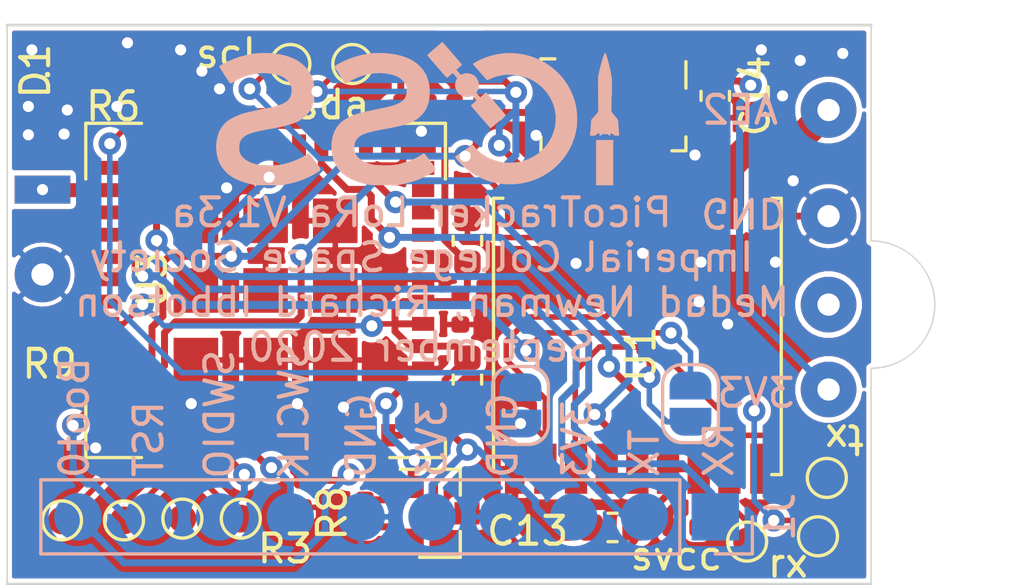
<source format=kicad_pcb>
(kicad_pcb (version 20171130) (host pcbnew "(5.1.2)-1")
  (title_block (title "PCB for Lora Pico Tracker") (date 2019-10-21) (company "Imperial College Space Society") (comment 1 "Richard Ibbotson, Medad Newman"))
  (layers (0 F.Cu signal) (31 B.Cu signal) (34 B.Paste user hide) (35 F.Paste user hide) (36 B.SilkS user hide) (37 F.SilkS user hide) (38 B.Mask user hide) (39 F.Mask user hide) (44 Edge.Cuts user))
  (net 0 "")
  (net 1 GND)
  (net 2 +3V3)
  (net 3 /I2C1_SDA)
  (net 4 /I2C1_SCL)
  (net 5 "Net-(AE2-Pad1)")
  (net 6 /SWDIO)
  (net 7 /RESET)
  (net 8 /SWCLK)
  (net 9 /GPS_TIMEPULSE)
  (net 10 /GPS_EXTINT)
  (net 11 "Net-(AE1-Pad1)")
  (net 12 /V_SOLAR)
  (net 13 "Net-(D1-Pad2)")
  (net 14 /LED)
  (net 15 /TCXO_EN)
  (net 16 /BOOT0)
  (net 17 /USART1_RX)
  (net 18 /USART1_TX)
  (net 19 "Net-(C12-Pad1)")
  (net 20 /GPS_MOSFET_GATE)
  (net 21 /USART2_RX)
  (net 22 /USART2_TX)
  (net 23 "Net-(TP5-Pad1)")
  (net 24 "Net-(TP6-Pad1)")
  (net 25 "Net-(TP7-Pad1)")
  (net 26 "Net-(TP8-Pad1)")
  (net 27 "Net-(JP1-Pad2)")
  (net 28 "Net-(JP2-Pad2)")
  (module pico_tracker:SolderWirePad_1x01_Drill0.8mm_square (layer F.Cu) (at 267.97 165.9255)
    (fp_text reference AE1 hide)
    (fp_text value "Lora Antenna")
    (pad 1 thru_hole custom (at 0 0) (size 2 1) (drill 0.4) (layers *.Cu *.Mask) (net 11 "Net-(AE1-Pad1)") (options (clearance outline) (anchor rect)) (primitives))
  )
  (module Jumper:SolderJumper-2_P1.3mm_Open_RoundedPad1.0x1.5mm (layer B.Cu) (at 285.115 173.6725 270)
    (fp_text reference JP2 hide)
    (fp_text value SolderJumper_2_Open)
    (pad 2 smd custom (at 0.65 0 270) (size 1 0.5) (layers B.Cu B.Mask) (net 28 "Net-(JP2-Pad2)") (options (clearance outline) (anchor rect)) (primitives (gr_circle (center 0 -0.25) (end 0.5 -0.25) (width 0)) (gr_circle (center 0 0.25) (end 0.5 0.25) (width 0)) (gr_poly (pts (xy 0 0.75) (xy -0.5 0.75) (xy -0.5 -0.75) (xy 0 -0.75)) (width 0))))
    (pad 1 smd custom (at -0.65 0 270) (size 1 0.5) (layers B.Cu B.Mask) (net 21 /USART2_RX) (options (clearance outline) (anchor rect)) (primitives (gr_circle (center 0 -0.25) (end 0.5 -0.25) (width 0)) (gr_circle (center 0 0.25) (end 0.5 0.25) (width 0)) (gr_poly (pts (xy 0 0.75) (xy 0.5 0.75) (xy 0.5 -0.75) (xy 0 -0.75)) (width 0))))
  )
  (module Jumper:SolderJumper-2_P1.3mm_Open_RoundedPad1.0x1.5mm (layer B.Cu) (at 291.211 173.609 270)
    (fp_text reference JP1 hide)
    (fp_text value SolderJumper_2_Open)
    (pad 2 smd custom (at 0.65 0 270) (size 1 0.5) (layers B.Cu B.Mask) (net 27 "Net-(JP1-Pad2)") (options (clearance outline) (anchor rect)) (primitives (gr_circle (center 0 -0.25) (end 0.5 -0.25) (width 0)) (gr_circle (center 0 0.25) (end 0.5 0.25) (width 0)) (gr_poly (pts (xy 0 0.75) (xy -0.5 0.75) (xy -0.5 -0.75) (xy 0 -0.75)) (width 0))))
    (pad 1 smd custom (at -0.65 0 270) (size 1 0.5) (layers B.Cu B.Mask) (net 22 /USART2_TX) (options (clearance outline) (anchor rect)) (primitives (gr_circle (center 0 -0.25) (end 0.5 -0.25) (width 0)) (gr_circle (center 0 0.25) (end 0.5 0.25) (width 0)) (gr_poly (pts (xy 0 0.75) (xy 0.5 0.75) (xy 0.5 -0.75) (xy 0 -0.75)) (width 0))))
  )
  (module TestPoint:TestPoint_Pad_D1.0mm (layer F.Cu) (at 293.243 178.562)
    (fp_text reference TP9 hide)
    (fp_text value TestPoint)
    (pad 1 smd circle (at 0 0) (size 1 1) (layers F.Cu F.Mask) (net 19 "Net-(C12-Pad1)"))
  )
  (module TestPoint:TestPoint_Pad_D1.0mm (layer F.Cu) (at 295.783 178.3715)
    (fp_text reference TP1 hide)
    (fp_text value TestPoint)
    (pad 1 smd circle (at 0 0) (size 1 1) (layers F.Cu F.Mask) (net 28 "Net-(JP2-Pad2)"))
  )
  (module TestPoint:TestPoint_Pad_D1.0mm (layer F.Cu) (at 268.6685 177.8)
    (fp_text reference TP5 hide)
    (fp_text value TestPoint)
    (pad 1 smd circle (at 0 0) (size 1 1) (layers F.Cu F.Mask) (net 23 "Net-(TP5-Pad1)"))
  )
  (module RF_Module:CMWX1ZZABZ (layer F.Cu) (at 275.971 169.545 180)
    (fp_text reference U3 (at 4.064 0.381 90) (layer F.SilkS))
    (fp_text value CMWX1ZZABZ-078)
    (pad 38 smd rect (at 3.6 -5.2 270) (size 0.8 0.5) (layers F.Cu F.Paste F.Mask) (net 26 "Net-(TP8-Pad1)"))
    (pad 26 smd rect (at 5.65 3.6 180) (size 0.8 0.5) (layers F.Cu F.Paste F.Mask) (net 11 "Net-(AE1-Pad1)"))
    (pad 25 smd rect (at 5.65 4.4 180) (size 0.8 0.5) (layers F.Cu F.Paste F.Mask) (net 1 GND))
    (pad 24 smd rect (at 4.4 5.2 90) (size 0.8 0.5) (layers F.Cu F.Paste F.Mask) (net 22 /USART2_TX))
    (pad 23 smd rect (at 3.6 5.2 90) (size 0.8 0.5) (layers F.Cu F.Paste F.Mask) (net 21 /USART2_RX))
    (pad 22 smd rect (at 2.8 5.2 90) (size 0.8 0.5) (layers F.Cu F.Paste F.Mask) (net 14 /LED))
    (pad 21 smd rect (at 2 5.2 90) (size 0.8 0.5) (layers F.Cu F.Paste F.Mask) (net 12 /V_SOLAR))
    (pad 20 smd rect (at 1.2 5.2 90) (size 0.8 0.5) (layers F.Cu F.Paste F.Mask))
    (pad 19 smd rect (at 0.4 5.2 270) (size 0.8 0.5) (layers F.Cu F.Paste F.Mask) (net 18 /USART1_TX))
    (pad 18 smd rect (at -0.4 5.2 270) (size 0.8 0.5) (layers F.Cu F.Paste F.Mask) (net 17 /USART1_RX))
    (pad 17 smd rect (at -1.2 5.2 270) (size 0.8 0.5) (layers F.Cu F.Paste F.Mask))
    (pad 16 smd rect (at -2 5.2 270) (size 0.8 0.5) (layers F.Cu F.Paste F.Mask) (net 10 /GPS_EXTINT))
    (pad 15 smd rect (at -2.8 5.2 270) (size 0.8 0.5) (layers F.Cu F.Paste F.Mask) (net 9 /GPS_TIMEPULSE))
    (pad 14 smd rect (at -3.6 5.2 270) (size 0.8 0.5) (layers F.Cu F.Paste F.Mask))
    (pad 13 smd rect (at -4.4 5.2 270) (size 0.8 0.5) (layers F.Cu F.Paste F.Mask))
    (pad 12 smd rect (at -5.65 4.4 180) (size 0.8 0.5) (layers F.Cu F.Paste F.Mask))
    (pad 41 smd rect (at 1.2 -5.2 270) (size 0.8 0.5) (layers F.Cu F.Paste F.Mask) (net 6 /SWDIO))
    (pad 40 smd rect (at 2 -5.2 270) (size 0.8 0.5) (layers F.Cu F.Paste F.Mask) (net 24 "Net-(TP6-Pad1)"))
    (pad 39 smd rect (at 2.8 -5.2 270) (size 0.8 0.5) (layers F.Cu F.Paste F.Mask) (net 25 "Net-(TP7-Pad1)"))
    (pad 37 smd rect (at 4.4 -5.2 270) (size 0.8 0.5) (layers F.Cu F.Paste F.Mask) (net 23 "Net-(TP5-Pad1)"))
    (pad 36 smd rect (at 5.65 -4.4 180) (size 0.8 0.5) (layers F.Cu F.Paste F.Mask) (net 3 /I2C1_SDA))
    (pad 35 smd rect (at 5.65 -3.6 180) (size 0.8 0.5) (layers F.Cu F.Paste F.Mask) (net 4 /I2C1_SCL))
    (pad 34 smd rect (at 5.65 -2.8 180) (size 0.8 0.5) (layers F.Cu F.Paste F.Mask) (net 7 /RESET))
    (pad 33 smd rect (at 5.65 -2 180) (size 0.8 0.5) (layers F.Cu F.Paste F.Mask))
    (pad 32 smd rect (at 5.65 -1.2 180) (size 0.8 0.5) (layers F.Cu F.Paste F.Mask) (net 2 +3V3))
    (pad 31 smd rect (at 5.65 -0.4 180) (size 0.8 0.5) (layers F.Cu F.Paste F.Mask))
    (pad 30 smd rect (at 5.65 0.4 180) (size 0.8 0.5) (layers F.Cu F.Paste F.Mask))
    (pad 29 smd rect (at 5.65 1.2 180) (size 0.8 0.5) (layers F.Cu F.Paste F.Mask))
    (pad 28 smd rect (at 5.65 2 180) (size 0.8 0.5) (layers F.Cu F.Paste F.Mask))
    (pad 27 smd rect (at 5.65 2.8 180) (size 0.8 0.5) (layers F.Cu F.Paste F.Mask) (net 1 GND))
    (pad 11 smd rect (at -5.65 3.6 180) (size 0.8 0.5) (layers F.Cu F.Paste F.Mask))
    (pad 10 smd rect (at -5.65 2.8 180) (size 0.8 0.5) (layers F.Cu F.Paste F.Mask))
    (pad 9 smd rect (at -5.65 2 180) (size 0.8 0.5) (layers F.Cu F.Paste F.Mask))
    (pad 8 smd rect (at -5.65 1.2 180) (size 0.8 0.5) (layers F.Cu F.Paste F.Mask))
    (pad 7 smd rect (at -5.65 0.4 180) (size 0.8 0.5) (layers F.Cu F.Paste F.Mask) (net 1 GND))
    (pad 6 smd rect (at -5.65 -0.4 180) (size 0.8 0.5) (layers F.Cu F.Paste F.Mask) (net 2 +3V3))
    (pad 5 smd rect (at -5.65 -1.2 180) (size 0.8 0.5) (layers F.Cu F.Paste F.Mask) (net 2 +3V3))
    (pad 4 smd rect (at -5.65 -2 180) (size 0.8 0.5) (layers F.Cu F.Paste F.Mask) (net 2 +3V3))
    (pad 3 smd rect (at -5.65 -2.8 180) (size 0.8 0.5) (layers F.Cu F.Paste F.Mask) (net 1 GND))
    (pad 2 smd rect (at -5.65 -3.6 180) (size 0.8 0.5) (layers F.Cu F.Paste F.Mask) (net 20 /GPS_MOSFET_GATE))
    (pad 1 smd rect (at -5.65 -4.4 180) (size 0.8 0.5) (layers F.Cu F.Paste F.Mask) (net 15 /TCXO_EN))
    (pad 42 smd rect (at 0.4 -5.2 270) (size 0.8 0.5) (layers F.Cu F.Paste F.Mask) (net 8 /SWCLK))
    (pad 43 smd rect (at -0.4 -5.2 270) (size 0.8 0.5) (layers F.Cu F.Paste F.Mask) (net 16 /BOOT0))
    (pad 44 smd rect (at -1.2 -5.2 270) (size 0.8 0.5) (layers F.Cu F.Paste F.Mask) (net 1 GND))
    (pad 45 smd rect (at -2 -5.2 270) (size 0.8 0.5) (layers F.Cu F.Paste F.Mask))
    (pad 46 smd rect (at -2.8 -5.2 270) (size 0.8 0.5) (layers F.Cu F.Paste F.Mask))
    (pad 47 smd rect (at -3.6 -5.2 270) (size 0.8 0.5) (layers F.Cu F.Paste F.Mask))
    (pad 48 smd rect (at -4.4 -5.2 270) (size 0.8 0.5) (layers F.Cu F.Paste F.Mask) (net 15 /TCXO_EN))
    (pad 49 smd rect (at -2.5 -2.5 270) (size 1.6 1.6) (layers F.Cu F.Paste F.Mask) (net 1 GND))
    (pad 50 smd rect (at 0 -2.5 270) (size 1.6 1.6) (layers F.Cu F.Paste F.Mask) (net 1 GND))
    (pad 51 smd rect (at 2.5 -2.5 270) (size 1.6 1.6) (layers F.Cu F.Paste F.Mask) (net 1 GND))
    (pad 52 smd rect (at -2.5 0 270) (size 1.6 1.6) (layers F.Cu F.Paste F.Mask) (net 1 GND))
    (pad 53 smd rect (at 0 0 270) (size 1.6 1.6) (layers F.Cu F.Paste F.Mask) (net 1 GND))
    (pad 54 smd rect (at 2.5 0 270) (size 1.6 1.6) (layers F.Cu F.Paste F.Mask) (net 1 GND))
    (pad 55 smd rect (at -2.5 2.5 270) (size 1.6 1.6) (layers F.Cu F.Paste F.Mask) (net 1 GND))
    (pad 56 smd rect (at 0 2.5 270) (size 1.6 1.6) (layers F.Cu F.Paste F.Mask) (net 1 GND))
    (pad 57 smd rect (at 2.5 2.5 270) (size 1.6 1.6) (layers F.Cu F.Paste F.Mask) (net 1 GND))
  )
  (module TestPoint:TestPoint_Pad_D1.0mm (layer F.Cu) (at 270.891 177.8)
    (fp_text reference TP8 hide)
    (fp_text value TestPoint)
    (pad 1 smd circle (at 0 0) (size 1 1) (layers F.Cu F.Mask) (net 26 "Net-(TP8-Pad1)"))
  )
  (module TestPoint:TestPoint_Pad_D1.0mm (layer F.Cu) (at 272.9865 177.7365)
    (fp_text reference TP7 hide)
    (fp_text value TestPoint)
    (pad 1 smd circle (at 0 0) (size 1 1) (layers F.Cu F.Mask) (net 25 "Net-(TP7-Pad1)"))
  )
  (module TestPoint:TestPoint_Pad_D1.0mm (layer F.Cu) (at 275.082 177.7365)
    (fp_text reference TP6 hide)
    (fp_text value TestPoint)
    (pad 1 smd circle (at 0 0) (size 1 1) (layers F.Cu F.Mask) (net 24 "Net-(TP6-Pad1)"))
  )
  (module TestPoint:TestPoint_Pad_D1.0mm (layer F.Cu) (at 279.0825 161.417)
    (fp_text reference TP4 hide)
    (fp_text value TestPoint)
    (pad 1 smd circle (at 0 0) (size 1 1) (layers F.Cu F.Mask) (net 3 /I2C1_SDA))
  )
  (module TestPoint:TestPoint_Pad_D1.0mm (layer F.Cu) (at 276.86 161.417)
    (fp_text reference TP3 hide)
    (fp_text value TestPoint)
    (pad 1 smd circle (at 0 0) (size 1 1) (layers F.Cu F.Mask) (net 4 /I2C1_SCL))
  )
  (module TestPoint:TestPoint_Pad_D1.0mm (layer F.Cu) (at 296.1005 176.276)
    (fp_text reference TP2 hide)
    (fp_text value TestPoint)
    (pad 1 smd circle (at 0 0) (size 1 1) (layers F.Cu F.Mask) (net 27 "Net-(JP1-Pad2)"))
  )
  (module Resistor_SMD:R_0402_1005Metric (layer F.Cu) (at 268.224 173.355)
    (fp_text reference R9 (at 0 -1.17) (layer F.SilkS))
    (fp_text value 10K)
    (pad 2 smd roundrect (at 0.485 0) (size 0.59 0.64) (layers F.Cu F.Paste F.Mask) (net 7 /RESET))
    (pad 1 smd roundrect (at -0.485 0) (size 0.59 0.64) (layers F.Cu F.Paste F.Mask) (net 2 +3V3))
  )
  (module Resistor_SMD:R_0402_1005Metric (layer F.Cu) (at 279.527 177.546 90)
    (fp_text reference R8 (at 0 -1.17 90) (layer F.SilkS))
    (fp_text value 4.7K)
    (pad 2 smd roundrect (at 0.485 0 90) (size 0.59 0.64) (layers F.Cu F.Paste F.Mask) (net 20 /GPS_MOSFET_GATE))
    (pad 1 smd roundrect (at -0.485 0 90) (size 0.59 0.64) (layers F.Cu F.Paste F.Mask) (net 2 +3V3))
  )
  (module Package_TO_SOT_SMD:SOT-23 (layer F.Cu) (at 282.194 177.546)
    (fp_text reference Q1 hide)
    (fp_text value IRLML6402)
    (pad 3 smd rect (at 1 0) (size 0.9 0.8) (layers F.Cu F.Paste F.Mask) (net 19 "Net-(C12-Pad1)"))
    (pad 2 smd rect (at -1 0.95) (size 0.9 0.8) (layers F.Cu F.Paste F.Mask) (net 2 +3V3))
    (pad 1 smd rect (at -1 -0.95) (size 0.9 0.8) (layers F.Cu F.Paste F.Mask) (net 20 /GPS_MOSFET_GATE))
  )
  (module Connector_Wire:SolderWirePad_1x01_Drill0.8mm (layer F.Cu) (at 267.97 168.9735)
    (fp_text reference J5 hide)
    (fp_text value Conn_01x01)
    (pad 1 thru_hole circle (at 0 0) (size 1.99898 1.99898) (drill 0.8001) (layers *.Cu *.Mask) (net 1 GND))
  )
  (module pico_tracker:10Pad (layer B.Cu) (at 292.1 177.673 90)
    (fp_text reference J1 (at 0 2.33 270) (layer B.SilkS) (effects (justify mirror)))
    (fp_text value Conn_01x10)
    (pad 10 smd oval (at 0 -22.86 90) (size 1.7 1.7) (layers B.Cu B.Paste B.Mask) (net 16 /BOOT0))
    (pad 9 smd oval (at 0 -20.32 90) (size 1.7 1.7) (layers B.Cu B.Paste B.Mask) (net 7 /RESET))
    (pad 8 smd oval (at 0 -17.78 90) (size 1.7 1.7) (layers B.Cu B.Paste B.Mask) (net 6 /SWDIO))
    (pad 7 smd oval (at 0 -15.24 90) (size 1.7 1.7) (layers B.Cu B.Paste B.Mask) (net 8 /SWCLK))
    (pad 6 smd oval (at 0 -12.7 90) (size 1.7 1.7) (layers B.Cu B.Paste B.Mask) (net 1 GND))
    (pad 5 smd oval (at 0 -10.16 90) (size 1.7 1.7) (layers B.Cu B.Paste B.Mask) (net 2 +3V3))
    (pad 4 smd oval (at 0 -7.62 90) (size 1.7 1.7) (layers B.Cu B.Paste B.Mask) (net 1 GND))
    (pad 3 smd oval (at 0 -5.08 90) (size 1.7 1.7) (layers B.Cu B.Paste B.Mask) (net 2 +3V3))
    (pad 2 smd oval (at 0 -2.54 90) (size 1.7 1.7) (layers B.Cu B.Paste B.Mask) (net 18 /USART1_TX))
    (pad 1 smd rect (at 0 0 90) (size 1.7 1.7) (layers B.Cu B.Paste B.Mask) (net 17 /USART1_RX))
  )
  (module flight-computer:SolderWirePad_1x01_Drill0.8mm (layer F.Cu) (at 298.704 170.053)
    (fp_text reference StringHole1 hide)
    (fp_text value Unconnected)
    (pad "" np_thru_hole circle (at 0 0) (size 0.8 0.8) (drill 0.8) (layers *.Cu *.Mask))
  )
  (module RF_GPS:ublox_MAX (layer F.Cu) (at 289.306 171.196 90)
    (fp_text reference U1 (at -0.635 0.127 90) (layer F.SilkS))
    (fp_text value MAX-M8C)
    (pad 1 smd rect (at -4.75 -4.4 90) (size 1.8 0.7) (layers F.Cu F.Paste F.Mask) (net 1 GND))
    (pad 2 smd rect (at -4.75 -3.3 90) (size 1.8 0.8) (layers F.Cu F.Paste F.Mask) (net 28 "Net-(JP2-Pad2)"))
    (pad 3 smd rect (at -4.75 -2.2 90) (size 1.8 0.8) (layers F.Cu F.Paste F.Mask) (net 27 "Net-(JP1-Pad2)"))
    (pad 4 smd rect (at -4.75 -1.1 90) (size 1.8 0.8) (layers F.Cu F.Paste F.Mask) (net 9 /GPS_TIMEPULSE))
    (pad 5 smd rect (at -4.75 0 90) (size 1.8 0.8) (layers F.Cu F.Paste F.Mask) (net 10 /GPS_EXTINT))
    (pad 6 smd rect (at -4.75 1.1 90) (size 1.8 0.8) (layers F.Cu F.Paste F.Mask) (net 19 "Net-(C12-Pad1)"))
    (pad 7 smd rect (at -4.75 2.2 90) (size 1.8 0.8) (layers F.Cu F.Paste F.Mask) (net 19 "Net-(C12-Pad1)"))
    (pad 8 smd rect (at -4.75 3.3 90) (size 1.8 0.8) (layers F.Cu F.Paste F.Mask) (net 19 "Net-(C12-Pad1)"))
    (pad 9 smd rect (at -4.75 4.4 90) (size 1.8 0.7) (layers F.Cu F.Paste F.Mask))
    (pad 10 smd rect (at 4.75 4.4 90) (size 1.8 0.7) (layers F.Cu F.Paste F.Mask) (net 1 GND))
    (pad 11 smd rect (at 4.75 3.3 90) (size 1.8 0.8) (layers F.Cu F.Paste F.Mask) (net 5 "Net-(AE2-Pad1)"))
    (pad 12 smd rect (at 4.75 2.2 90) (size 1.8 0.8) (layers F.Cu F.Paste F.Mask) (net 1 GND))
    (pad 13 smd rect (at 4.75 1.1 90) (size 1.8 0.8) (layers F.Cu F.Paste F.Mask))
    (pad 14 smd rect (at 4.75 0 90) (size 1.8 0.8) (layers F.Cu F.Paste F.Mask))
    (pad 15 smd rect (at 4.75 -1.1 90) (size 1.8 0.8) (layers F.Cu F.Paste F.Mask))
    (pad 16 smd rect (at 4.75 -2.2 90) (size 1.8 0.8) (layers F.Cu F.Paste F.Mask) (net 3 /I2C1_SDA))
    (pad 17 smd rect (at 4.75 -3.3 90) (size 1.8 0.8) (layers F.Cu F.Paste F.Mask) (net 4 /I2C1_SCL))
    (pad 18 smd rect (at 4.75 -4.4 90) (size 1.8 0.7) (layers F.Cu F.Paste F.Mask))
  )
  (module Connector_Wire:SolderWirePad_1x01_Drill0.8mm (layer F.Cu) (at 296.164 170.053 90)
    (fp_text reference SolarCellMount1 hide)
    (fp_text value Unconnected)
    (pad 1 thru_hole circle (at 0 0 90) (size 1.99898 1.99898) (drill 0.8001) (layers *.Cu *.Mask))
  )
  (module Connector_Wire:SolderWirePad_1x01_Drill0.8mm (layer F.Cu) (at 296.164 173.101 270)
    (fp_text reference J3 hide)
    (fp_text value 3.3V)
    (pad 1 thru_hole circle (at 0 0 270) (size 1.99898 1.99898) (drill 0.8001) (layers *.Cu *.Mask) (net 2 +3V3))
  )
  (module Connector_Wire:SolderWirePad_1x01_Drill0.8mm (layer F.Cu) (at 296.164 166.878 270)
    (fp_text reference J2 hide)
    (fp_text value GND)
    (pad 1 thru_hole circle (at 0 0 270) (size 1.99898 1.99898) (drill 0.8001) (layers *.Cu *.Mask) (net 1 GND))
  )
  (module Capacitor_SMD:C_0603_1608Metric (layer F.Cu) (at 288.417 178.054 180)
    (fp_text reference C13 (at 3.048 -0.127) (layer F.SilkS))
    (fp_text value 10uF)
    (pad 1 smd roundrect (at -0.7875 0 180) (size 0.875 0.95) (layers F.Cu F.Paste F.Mask) (net 19 "Net-(C12-Pad1)"))
    (pad 2 smd roundrect (at 0.7875 0 180) (size 0.875 0.95) (layers F.Cu F.Paste F.Mask) (net 1 GND))
  )
  (module Capacitor_SMD:C_0603_1608Metric (layer F.Cu) (at 292.1 162.56 270)
    (fp_text reference C14 (at 0 -1.43 90) (layer F.SilkS))
    (fp_text value 220nF)
    (pad 1 smd roundrect (at -0.7875 0 270) (size 0.875 0.95) (layers F.Cu F.Paste F.Mask) (net 2 +3V3))
    (pad 2 smd roundrect (at 0.7875 0 270) (size 0.875 0.95) (layers F.Cu F.Paste F.Mask) (net 1 GND))
  )
  (module Capacitor_SMD:C_0402_1005Metric (layer F.Cu) (at 290.98 178.054 180)
    (fp_text reference C12 hide)
    (fp_text value 100nF)
    (pad 2 smd roundrect (at 0.485 0 180) (size 0.59 0.64) (layers F.Cu F.Paste F.Mask) (net 1 GND))
    (pad 1 smd roundrect (at -0.485 0 180) (size 0.59 0.64) (layers F.Cu F.Paste F.Mask) (net 19 "Net-(C12-Pad1)"))
  )
  (module Connector_Wire:SolderWirePad_1x01_Drill0.8mm (layer F.Cu) (at 296.164 163.068 90)
    (fp_text reference AE2 (at 0 -3.175) (layer B.SilkS) (effects (justify mirror)))
    (fp_text value "GPS Antenna")
    (pad 1 thru_hole circle (at 0 0 90) (size 1.99898 1.99898) (drill 0.8001) (layers *.Cu *.Mask) (net 5 "Net-(AE2-Pad1)"))
  )
  (module Package_LGA:LGA-8_3x5mm_P1.25mm (layer F.Cu) (at 288.447 162.882 270)
    (fp_text reference U6 hide)
    (fp_text value MS5607-02BA)
    (pad 4 smd rect (at -1.075 1.875 270) (size 0.95 0.55) (layers F.Cu F.Paste F.Mask) (net 1 GND))
    (pad 1 smd rect (at -1.075 -1.875 270) (size 0.95 0.55) (layers F.Cu F.Paste F.Mask) (net 2 +3V3))
    (pad 2 smd rect (at -1.075 -0.625 270) (size 0.95 0.55) (layers F.Cu F.Paste F.Mask) (net 2 +3V3))
    (pad 3 smd rect (at -1.075 0.625 270) (size 0.95 0.55) (layers F.Cu F.Paste F.Mask) (net 1 GND))
    (pad 8 smd rect (at 1.075 -1.875 270) (size 0.95 0.55) (layers F.Cu F.Paste F.Mask) (net 4 /I2C1_SCL))
    (pad 7 smd rect (at 1.075 -0.625 270) (size 0.95 0.55) (layers F.Cu F.Paste F.Mask) (net 3 /I2C1_SDA))
    (pad 6 smd rect (at 1.075 0.625 270) (size 0.95 0.55) (layers F.Cu F.Paste F.Mask))
    (pad 5 smd rect (at 1.075 1.875 270) (size 0.95 0.55) (layers F.Cu F.Paste F.Mask) (net 1 GND))
  )
  (module Capacitor_SMD:C_0603_1608Metric (layer F.Cu) (at 283.21 172.7455 270)
    (fp_text reference C10 hide)
    (fp_text value 10uF)
    (pad 2 smd roundrect (at 0.7875 0 270) (size 0.875 0.95) (layers F.Cu F.Paste F.Mask) (net 1 GND))
    (pad 1 smd roundrect (at -0.7875 0 270) (size 0.875 0.95) (layers F.Cu F.Paste F.Mask) (net 2 +3V3))
  )
  (module Capacitor_SMD:C_0603_1608Metric (layer F.Cu) (at 283.21 167.767 90)
    (fp_text reference C7 hide)
    (fp_text value 1uF)
    (pad 2 smd roundrect (at 0.7875 0 90) (size 0.875 0.95) (layers F.Cu F.Paste F.Mask) (net 1 GND))
    (pad 1 smd roundrect (at -0.7875 0 90) (size 0.875 0.95) (layers F.Cu F.Paste F.Mask) (net 2 +3V3))
  )
  (module Capacitor_SMD:C_0402_1005Metric (layer F.Cu) (at 282.956 170.284 270)
    (fp_text reference C5 hide)
    (fp_text value 100nF)
    (pad 2 smd roundrect (at 0.485 0 270) (size 0.59 0.64) (layers F.Cu F.Paste F.Mask) (net 1 GND))
    (pad 1 smd roundrect (at -0.485 0 270) (size 0.59 0.64) (layers F.Cu F.Paste F.Mask) (net 2 +3V3))
  )
  (module LED_SMD:LED_0402_1005Metric (layer F.Cu) (at 269.24 161.798)
    (fp_text reference D1 (at -1.524 -0.127 90) (layer F.SilkS))
    (fp_text value LED)
    (pad 2 smd roundrect (at 0.485 0) (size 0.59 0.64) (layers F.Cu F.Paste F.Mask) (net 13 "Net-(D1-Pad2)"))
    (pad 1 smd roundrect (at -0.485 0) (size 0.59 0.64) (layers F.Cu F.Paste F.Mask) (net 1 GND))
  )
  (module Resistor_SMD:R_0402_1005Metric (layer F.Cu) (at 271.272 161.798)
    (fp_text reference R6 (at -0.762 1.143) (layer F.SilkS))
    (fp_text value 1K)
    (pad 2 smd roundrect (at 0.485 0) (size 0.59 0.64) (layers F.Cu F.Paste F.Mask) (net 14 /LED))
    (pad 1 smd roundrect (at -0.485 0) (size 0.59 0.64) (layers F.Cu F.Paste F.Mask) (net 13 "Net-(D1-Pad2)"))
  )
  (module flight-computer:ICSS_Logo (layer B.Cu) (at 281.432 163.195 180)
    (fp_text reference J4 hide)
    (fp_text value "ICSS Logo" hide)
  )
  (module Resistor_SMD:R_0402_1005Metric (layer F.Cu) (at 281.328 162.814)
    (fp_text reference R2 hide)
    (fp_text value 100K)
    (pad 2 smd roundrect (at 0.485 0) (size 0.59 0.64) (layers F.Cu F.Paste F.Mask) (net 1 GND))
    (pad 1 smd roundrect (at -0.485 0) (size 0.59 0.64) (layers F.Cu F.Paste F.Mask) (net 12 /V_SOLAR))
  )
  (module Resistor_SMD:R_0402_1005Metric (layer F.Cu) (at 281.305 161.163 180)
    (fp_text reference R1 hide)
    (fp_text value 100K)
    (pad 2 smd roundrect (at 0.485 0 180) (size 0.59 0.64) (layers F.Cu F.Paste F.Mask) (net 12 /V_SOLAR))
    (pad 1 smd roundrect (at -0.485 0 180) (size 0.59 0.64) (layers F.Cu F.Paste F.Mask) (net 2 +3V3))
  )
  (module Resistor_SMD:R_0402_1005Metric (layer F.Cu) (at 283.233 162.814)
    (fp_text reference R5 hide)
    (fp_text value 4.7K)
    (pad 2 smd roundrect (at 0.485 0) (size 0.59 0.64) (layers F.Cu F.Paste F.Mask) (net 4 /I2C1_SCL))
    (pad 1 smd roundrect (at -0.485 0) (size 0.59 0.64) (layers F.Cu F.Paste F.Mask) (net 2 +3V3))
  )
  (module Resistor_SMD:R_0402_1005Metric (layer F.Cu) (at 283.21 161.163 180)
    (fp_text reference R4 hide)
    (fp_text value 4.7K)
    (pad 2 smd roundrect (at 0.485 0 180) (size 0.59 0.64) (layers F.Cu F.Paste F.Mask) (net 3 /I2C1_SDA))
    (pad 1 smd roundrect (at -0.485 0 180) (size 0.59 0.64) (layers F.Cu F.Paste F.Mask) (net 2 +3V3))
  )
  (module Resistor_SMD:R_0402_1005Metric (layer F.Cu) (at 277.3045 176.8475 270)
    (fp_text reference R3 (at 1.9685 0.635) (layer F.SilkS))
    (fp_text value 10K)
    (pad 1 smd roundrect (at -0.485 0 270) (size 0.59 0.64) (layers F.Cu F.Paste F.Mask) (net 16 /BOOT0))
    (pad 2 smd roundrect (at 0.485 0 270) (size 0.59 0.64) (layers F.Cu F.Paste F.Mask) (net 1 GND))
  )
  (gr_text "PicoTracker LoRa V1.3a\nImperial College Space Society\nMedad Newman, Richard Ibbotson \nSeptember 2020" (at 281.559 169.164) (layer B.SilkS) (effects (font (size 1 1)) (justify mirror)))
  (gr_text tx (at 296.7355 174.879 180) (layer F.SilkS) (effects (font (size 1 1))))
  (gr_text rx (at 294.7035 179.324) (layer F.SilkS) (effects (font (size 1 1))))
  (gr_text svcc (at 290.703 179.07) (layer F.SilkS) (effects (font (size 1 1))))
  (gr_text sda (at 278.384 162.8775) (layer F.SilkS) (effects (font (size 1 1))))
  (gr_text scl (at 274.574 161.036) (layer F.SilkS) (effects (font (size 1 1))))
  (gr_text GND (at 293.116 166.751 180) (layer B.SilkS) (effects (font (size 1 1)) (justify mirror)))
  (gr_text 3V3 (at 293.5605 173.228) (layer B.SilkS) (effects (font (size 1 1)) (justify mirror)))
  (gr_text "RX\n" (at 292.227 175.26 90) (layer B.SilkS) (effects (font (size 1 1)) (justify mirror)))
  (gr_text TX (at 289.56 175.387 90) (layer B.SilkS) (effects (font (size 1 1)) (justify mirror)))
  (gr_text 3V3 (at 287.147 174.879 90) (layer B.SilkS) (effects (font (size 1 1)) (justify mirror)))
  (gr_text GND (at 284.48 174.752 90) (layer B.SilkS) (effects (font (size 1 1)) (justify mirror)))
  (gr_text 3V3 (at 281.94 174.879 90) (layer B.SilkS) (effects (font (size 1 1)) (justify mirror)))
  (gr_text GND (at 279.4 174.752 90) (layer B.SilkS) (effects (font (size 1 1)) (justify mirror)))
  (gr_text SWCLK (at 276.987 173.863 90) (layer B.SilkS) (effects (font (size 1 1)) (justify mirror)))
  (gr_text SWDIO (at 274.32 173.99 90) (layer B.SilkS) (effects (font (size 1 1)) (justify mirror)))
  (gr_text RST (at 271.78 174.879 90) (layer B.SilkS) (effects (font (size 1 1)) (justify mirror)))
  (gr_text Boot0 (at 269.113 174.117 90) (layer B.SilkS) (effects (font (size 1 1)) (justify mirror)))
  (gr_line (start 266.7 172.085) (end 266.7 166.37) (layer Edge.Cuts) (width 0.05))
  (gr_line (start 266.7 160.02) (end 266.7 166.37) (layer Edge.Cuts) (width 0.05))
  (gr_line (start 266.7 180.086) (end 266.7 172.085) (layer Edge.Cuts) (width 0.05))
  (gr_line (start 297.688 160.02) (end 297.688 167.767) (layer Edge.Cuts) (width 0.05))
  (gr_arc (start 297.688 170.053) (end 297.688 172.339) (angle -180) (layer Edge.Cuts) (width 0.05))
  (gr_line (start 297.688 180.086) (end 297.688 172.339) (layer Edge.Cuts) (width 0.05))
  (gr_line (start 297.688 180.086) (end 266.7 180.086) (layer Edge.Cuts) (width 0.1))
  (gr_line (start 266.7 160.02) (end 297.688 160.02) (layer Edge.Cuts) (width 0.1))
  (segment (start 291.372999 167.606001) (end 291.437999 167.671001) (width 0.25) (layer F.Cu) (net 1))
  (segment (start 291.437999 167.671001) (end 293.957507 167.671001) (width 0.25) (layer F.Cu) (net 1))
  (segment (start 293.957507 167.671001) (end 294.750508 166.878) (width 0.25) (layer F.Cu) (net 1))
  (segment (start 294.750508 166.878) (end 296.164 166.878) (width 0.25) (layer F.Cu) (net 1))
  (segment (start 292.1 163.6015) (end 291.372999 164.328501) (width 0.25) (layer F.Cu) (net 1))
  (segment (start 291.372999 164.328501) (end 291.372999 164.684001) (width 0.25) (layer F.Cu) (net 1))
  (segment (start 284.906 177.096) (end 284.906 175.946) (width 0.25) (layer F.Cu) (net 1))
  (segment (start 285.864 178.054) (end 284.906 177.096) (width 0.25) (layer F.Cu) (net 1))
  (segment (start 287.6295 178.054) (end 285.864 178.054) (width 0.25) (layer F.Cu) (net 1))
  (via (at 281.559 163.83) (size 0.8) (drill 0.4) (layers F.Cu B.Cu) (net 1))
  (segment (start 281.813 162.814) (end 281.813 163.576) (width 0.25) (layer F.Cu) (net 1))
  (segment (start 281.813 163.576) (end 281.559 163.83) (width 0.25) (layer F.Cu) (net 1))
  (via (at 285.673623 163.979132) (size 0.8) (drill 0.4) (layers F.Cu B.Cu) (net 1))
  (segment (start 286.572 163.957) (end 285.695755 163.957) (width 0.25) (layer F.Cu) (net 1))
  (segment (start 285.695755 163.957) (end 285.673623 163.979132) (width 0.25) (layer F.Cu) (net 1))
  (via (at 270.637 162.941) (size 0.8) (drill 0.4) (layers F.Cu B.Cu) (net 1))
  (segment (start 291.372999 164.684001) (end 291.372999 167.606001) (width 0.25) (layer F.Cu) (net 1))
  (via (at 291.372999 164.684001) (size 0.8) (drill 0.4) (layers F.Cu B.Cu) (net 1))
  (via (at 295.148 161.29) (size 0.8) (drill 0.4) (layers F.Cu B.Cu) (net 1))
  (via (at 278.765 173.736) (size 0.8) (drill 0.4) (layers F.Cu B.Cu) (net 1))
  (via (at 267.462 162.941) (size 0.8) (drill 0.4) (layers F.Cu B.Cu) (net 1))
  (via (at 267.462 163.957) (size 0.8) (drill 0.4) (layers F.Cu B.Cu) (net 1))
  (via (at 268.859 163.068) (size 0.8) (drill 0.4) (layers F.Cu B.Cu) (net 1))
  (via (at 267.589 160.909) (size 0.8) (drill 0.4) (layers F.Cu B.Cu) (net 1))
  (via (at 277.114 173.609) (size 0.8) (drill 0.4) (layers F.Cu B.Cu) (net 1))
  (via (at 273.685 161.671) (size 0.8) (drill 0.4) (layers F.Cu B.Cu) (net 1))
  (via (at 271.018 160.655) (size 0.8) (drill 0.4) (layers F.Cu B.Cu) (net 1))
  (via (at 272.923 160.909) (size 0.8) (drill 0.4) (layers F.Cu B.Cu) (net 1))
  (via (at 291.592 168.529) (size 0.8) (drill 0.4) (layers F.Cu B.Cu) (net 1))
  (via (at 294.259 168.529) (size 0.8) (drill 0.4) (layers F.Cu B.Cu) (net 1))
  (via (at 294.894 165.608) (size 0.8) (drill 0.4) (layers F.Cu B.Cu) (net 1))
  (via (at 294.513 162.56) (size 0.8) (drill 0.4) (layers F.Cu B.Cu) (net 1))
  (via (at 293.751 160.909) (size 0.8) (drill 0.4) (layers F.Cu B.Cu) (net 1))
  (via (at 296.672 161.036) (size 0.8) (drill 0.4) (layers F.Cu B.Cu) (net 1))
  (via (at 274.574 165.862) (size 0.8) (drill 0.4) (layers F.Cu B.Cu) (net 1))
  (via (at 274.32 162.306) (size 0.8) (drill 0.4) (layers F.Cu B.Cu) (net 1))
  (via (at 268.744417 163.930933) (size 0.8) (drill 0.4) (layers F.Cu B.Cu) (net 1))
  (via (at 287.106291 168.57198) (size 0.8) (drill 0.4) (layers F.Cu B.Cu) (net 1))
  (via (at 269.875 175.1965) (size 0.8) (drill 0.4) (layers F.Cu B.Cu) (net 1))
  (via (at 273.304 173.609) (size 0.8) (drill 0.4) (layers F.Cu B.Cu) (net 1))
  (via (at 291.521476 169.95101) (size 0.8) (drill 0.4) (layers F.Cu B.Cu) (net 1))
  (via (at 292.5445 170.7515) (size 0.8) (drill 0.4) (layers F.Cu B.Cu) (net 1))
  (via (at 289.4965 168.2115) (size 0.8) (drill 0.4) (layers F.Cu B.Cu) (net 1))
  (segment (start 291.8805 161.807) (end 292.1 162.0265) (width 0.2933) (layer F.Cu) (net 2))
  (segment (start 290.322 161.807) (end 291.8805 161.807) (width 0.2933) (layer F.Cu) (net 2))
  (segment (start 292.9635 162.0265) (end 293.37 162.433) (width 0.25) (layer F.Cu) (net 2))
  (segment (start 295.656 173.609) (end 296.164 173.101) (width 0.25) (layer F.Cu) (net 2))
  (segment (start 292.970001 169.907001) (end 296.164 173.101) (width 0.25) (layer B.Cu) (net 2))
  (segment (start 293.37 162.433) (end 292.970001 162.832999) (width 0.25) (layer B.Cu) (net 2))
  (segment (start 292.970001 162.832999) (end 292.970001 169.907001) (width 0.25) (layer B.Cu) (net 2))
  (segment (start 292.1 162.0265) (end 292.9635 162.0265) (width 0.25) (layer F.Cu) (net 2))
  (via (at 293.37 162.179) (size 0.8) (drill 0.4) (layers F.Cu B.Cu) (net 2))
  (segment (start 296.001 173.101) (end 296.164 173.101) (width 0.25) (layer F.Cu) (net 2))
  (segment (start 282.797 171.545) (end 283.21 171.958) (width 0.25) (layer F.Cu) (net 2))
  (segment (start 281.621 171.545) (end 282.797 171.545) (width 0.25) (layer F.Cu) (net 2))
  (segment (start 282.81 169.945) (end 282.956 169.799) (width 0.25) (layer F.Cu) (net 2))
  (segment (start 281.621 169.945) (end 282.81 169.945) (width 0.25) (layer F.Cu) (net 2))
  (segment (start 283.21 169.545) (end 282.956 169.799) (width 0.25) (layer F.Cu) (net 2))
  (segment (start 283.21 168.5545) (end 283.21 169.545) (width 0.25) (layer F.Cu) (net 2))
  (segment (start 281.621 170.745) (end 280.613 170.745) (width 0.25) (layer F.Cu) (net 2))
  (segment (start 281.146 171.545) (end 281.621 171.545) (width 0.25) (layer F.Cu) (net 2))
  (segment (start 280.613 170.745) (end 280.613 171.012) (width 0.25) (layer F.Cu) (net 2))
  (segment (start 280.613 171.012) (end 281.146 171.545) (width 0.25) (layer F.Cu) (net 2))
  (via (at 283.21 175.26) (size 0.8) (drill 0.4) (layers F.Cu B.Cu) (net 2))
  (segment (start 282.40999 174.45999) (end 283.21 175.26) (width 0.25) (layer F.Cu) (net 2))
  (segment (start 283.21 171.958) (end 282.40999 172.75801) (width 0.25) (layer F.Cu) (net 2))
  (segment (start 282.40999 172.75801) (end 282.40999 174.45999) (width 0.25) (layer F.Cu) (net 2))
  (segment (start 281.94 176.53) (end 281.94 177.673) (width 0.25) (layer B.Cu) (net 2))
  (segment (start 283.21 175.26) (end 281.94 176.53) (width 0.25) (layer B.Cu) (net 2))
  (segment (start 282.702 162.768) (end 282.748 162.814) (width 0.25) (layer F.Cu) (net 2))
  (segment (start 282.702 162.179) (end 282.702 162.768) (width 0.25) (layer F.Cu) (net 2))
  (segment (start 281.79 161.267) (end 282.702 162.179) (width 0.25) (layer F.Cu) (net 2))
  (segment (start 281.79 161.163) (end 281.79 161.267) (width 0.25) (layer F.Cu) (net 2))
  (segment (start 283.695 160.743) (end 283.695 161.163) (width 0.25) (layer F.Cu) (net 2))
  (segment (start 283.46999 160.51799) (end 283.695 160.743) (width 0.25) (layer F.Cu) (net 2))
  (segment (start 282.381778 160.51799) (end 283.46999 160.51799) (width 0.25) (layer F.Cu) (net 2))
  (segment (start 282.10499 160.794778) (end 282.381778 160.51799) (width 0.25) (layer F.Cu) (net 2))
  (segment (start 282.10499 160.99801) (end 282.10499 160.794778) (width 0.25) (layer F.Cu) (net 2))
  (segment (start 281.94 161.163) (end 282.10499 160.99801) (width 0.25) (layer F.Cu) (net 2))
  (segment (start 281.79 161.163) (end 281.94 161.163) (width 0.25) (layer F.Cu) (net 2))
  (segment (start 283.21 168.5545) (end 282.400464 167.744964) (width 0.25) (layer F.Cu) (net 2))
  (segment (start 282.400464 163.161536) (end 282.748 162.814) (width 0.25) (layer F.Cu) (net 2))
  (segment (start 282.400464 167.744964) (end 282.400464 163.161536) (width 0.25) (layer F.Cu) (net 2))
  (via (at 279.781 170.815) (size 0.8) (drill 0.4) (layers F.Cu B.Cu) (net 2))
  (segment (start 280.613 170.745) (end 279.851 170.745) (width 0.2) (layer F.Cu) (net 2))
  (segment (start 279.851 170.745) (end 279.781 170.815) (width 0.2) (layer F.Cu) (net 2))
  (via (at 271.563 170.053) (size 0.8) (drill 0.4) (layers F.Cu B.Cu) (net 2))
  (segment (start 279.781 170.815) (end 272.325 170.815) (width 0.2) (layer B.Cu) (net 2))
  (segment (start 272.325 170.815) (end 271.563 170.053) (width 0.2) (layer B.Cu) (net 2))
  (segment (start 270.871 170.745) (end 270.321 170.745) (width 0.2) (layer F.Cu) (net 2))
  (segment (start 271.563 170.053) (end 270.871 170.745) (width 0.2) (layer F.Cu) (net 2))
  (segment (start 283.321 175.371) (end 283.21 175.26) (width 0.25) (layer F.Cu) (net 2))
  (segment (start 280.729 178.031) (end 281.194 178.496) (width 0.25) (layer F.Cu) (net 2))
  (segment (start 279.527 178.031) (end 280.729 178.031) (width 0.25) (layer F.Cu) (net 2))
  (segment (start 282.030001 176.439999) (end 283.21 175.26) (width 0.25) (layer F.Cu) (net 2))
  (segment (start 282.030001 177.709999) (end 282.030001 176.439999) (width 0.25) (layer F.Cu) (net 2))
  (segment (start 281.244 178.496) (end 282.030001 177.709999) (width 0.25) (layer F.Cu) (net 2))
  (segment (start 281.194 178.496) (end 281.244 178.496) (width 0.25) (layer F.Cu) (net 2))
  (segment (start 283.695 161.251) (end 284.840638 161.251) (width 0.25) (layer F.Cu) (net 2))
  (segment (start 284.840638 161.251) (end 285.673625 162.083987) (width 0.25) (layer F.Cu) (net 2))
  (segment (start 285.673625 162.083987) (end 285.673625 162.172623) (width 0.25) (layer F.Cu) (net 2))
  (segment (start 285.673625 162.172623) (end 286.108003 162.607001) (width 0.25) (layer F.Cu) (net 2))
  (segment (start 288.471999 162.607001) (end 289.072 162.007) (width 0.25) (layer F.Cu) (net 2))
  (segment (start 286.108003 162.607001) (end 288.471999 162.607001) (width 0.25) (layer F.Cu) (net 2))
  (segment (start 289.072 162.007) (end 289.072 161.807) (width 0.25) (layer F.Cu) (net 2))
  (segment (start 280.613 170.237) (end 280.905 169.945) (width 0.25) (layer F.Cu) (net 2))
  (segment (start 280.613 170.745) (end 280.613 170.237) (width 0.25) (layer F.Cu) (net 2))
  (segment (start 280.905 169.945) (end 281.621 169.945) (width 0.25) (layer F.Cu) (net 2))
  (segment (start 289.072 161.807) (end 290.322 161.807) (width 0.2933) (layer F.Cu) (net 2))
  (segment (start 283.591 175.26) (end 283.21 175.26) (width 0.25) (layer B.Cu) (net 2))
  (segment (start 286.258 177.927) (end 285.655001 177.324001) (width 0.25) (layer B.Cu) (net 2))
  (segment (start 286.893 177.927) (end 286.258 177.927) (width 0.25) (layer B.Cu) (net 2))
  (segment (start 285.655001 177.324001) (end 285.655001 177.108999) (width 0.25) (layer B.Cu) (net 2))
  (segment (start 285.044001 176.497999) (end 284.828999 176.497999) (width 0.25) (layer B.Cu) (net 2))
  (segment (start 285.655001 177.108999) (end 285.044001 176.497999) (width 0.25) (layer B.Cu) (net 2))
  (segment (start 284.828999 176.497999) (end 283.591 175.26) (width 0.25) (layer B.Cu) (net 2))
  (segment (start 267.739 172.935) (end 267.739 173.355) (width 0.25) (layer F.Cu) (net 2))
  (segment (start 267.739 172.677) (end 267.739 172.935) (width 0.25) (layer F.Cu) (net 2))
  (segment (start 269.671 170.745) (end 267.739 172.677) (width 0.25) (layer F.Cu) (net 2))
  (segment (start 270.321 170.745) (end 269.671 170.745) (width 0.25) (layer F.Cu) (net 2))
  (segment (start 284.353 163.661866) (end 284.353 164.338) (width 0.25) (layer B.Cu) (net 3))
  (segment (start 284.948623 163.066243) (end 284.353 163.661866) (width 0.25) (layer B.Cu) (net 3))
  (via (at 284.353 164.338) (size 0.8) (drill 0.4) (layers F.Cu B.Cu) (net 3))
  (segment (start 279.908 165.608) (end 277.246721 168.269279) (width 0.25) (layer B.Cu) (net 3))
  (segment (start 284.029004 165.608) (end 279.908 165.608) (width 0.25) (layer B.Cu) (net 3))
  (via (at 277.246721 168.269279) (size 0.8) (drill 0.4) (layers F.Cu B.Cu) (net 3))
  (segment (start 284.948623 163.066243) (end 284.948623 164.688381) (width 0.25) (layer B.Cu) (net 3))
  (segment (start 284.948623 164.688381) (end 284.029004 165.608) (width 0.25) (layer B.Cu) (net 3))
  (segment (start 289.072 164.157) (end 289.072 163.957) (width 0.25) (layer F.Cu) (net 3))
  (segment (start 288.129 165.1) (end 289.072 164.157) (width 0.25) (layer F.Cu) (net 3))
  (segment (start 284.353 164.338) (end 285.115 165.1) (width 0.25) (layer F.Cu) (net 3))
  (via (at 284.948623 162.431989) (size 0.8) (drill 0.4) (layers F.Cu B.Cu) (net 3))
  (segment (start 284.548624 162.03199) (end 284.948623 162.431989) (width 0.25) (layer F.Cu) (net 3))
  (segment (start 283.1914 162.03199) (end 284.548624 162.03199) (width 0.25) (layer F.Cu) (net 3))
  (segment (start 283.059168 161.899758) (end 283.1914 162.03199) (width 0.25) (layer F.Cu) (net 3))
  (segment (start 284.948623 163.066243) (end 284.948623 162.431989) (width 0.25) (layer B.Cu) (net 3))
  (segment (start 282.725 161.163) (end 283.059168 161.497168) (width 0.25) (layer F.Cu) (net 3))
  (segment (start 283.059168 161.497168) (end 283.059168 161.899758) (width 0.25) (layer F.Cu) (net 3))
  (segment (start 277.246721 170.454281) (end 277.246721 168.269279) (width 0.25) (layer F.Cu) (net 3))
  (segment (start 272.738011 170.670001) (end 277.031001 170.670001) (width 0.25) (layer F.Cu) (net 3))
  (segment (start 277.031001 170.670001) (end 277.246721 170.454281) (width 0.25) (layer F.Cu) (net 3))
  (segment (start 270.321 173.945) (end 270.647359 173.945) (width 0.25) (layer F.Cu) (net 3))
  (segment (start 272.345999 172.24636) (end 272.345999 171.062013) (width 0.25) (layer F.Cu) (net 3))
  (segment (start 272.345999 171.062013) (end 272.738011 170.670001) (width 0.25) (layer F.Cu) (net 3))
  (segment (start 270.647359 173.945) (end 272.345999 172.24636) (width 0.25) (layer F.Cu) (net 3))
  (via (at 277.8125 162.402001) (size 0.8) (drill 0.4) (layers F.Cu B.Cu) (net 3))
  (segment (start 279.0825 161.417) (end 278.797501 161.417) (width 0.2) (layer F.Cu) (net 3))
  (segment (start 278.797501 161.417) (end 277.8125 162.402001) (width 0.2) (layer F.Cu) (net 3))
  (segment (start 284.918635 162.402001) (end 284.948623 162.431989) (width 0.2) (layer B.Cu) (net 3))
  (segment (start 277.8125 162.402001) (end 284.918635 162.402001) (width 0.2) (layer B.Cu) (net 3))
  (segment (start 287.147 165.664998) (end 287.147 165.1) (width 0.2) (layer F.Cu) (net 3))
  (segment (start 287.106 165.705998) (end 287.147 165.664998) (width 0.2) (layer F.Cu) (net 3))
  (segment (start 287.106 166.446) (end 287.106 165.705998) (width 0.2) (layer F.Cu) (net 3))
  (segment (start 285.115 165.1) (end 287.147 165.1) (width 0.25) (layer F.Cu) (net 3))
  (segment (start 287.147 165.1) (end 288.129 165.1) (width 0.25) (layer F.Cu) (net 3))
  (segment (start 290.322 163.757) (end 290.322 163.957) (width 0.25) (layer F.Cu) (net 4))
  (segment (start 284.532062 163.156999) (end 289.721999 163.156999) (width 0.25) (layer F.Cu) (net 4))
  (segment (start 289.721999 163.156999) (end 290.322 163.757) (width 0.25) (layer F.Cu) (net 4))
  (segment (start 283.718 162.814) (end 284.189063 162.814) (width 0.25) (layer F.Cu) (net 4))
  (segment (start 284.189063 162.814) (end 284.532062 163.156999) (width 0.25) (layer F.Cu) (net 4))
  (via (at 274.746728 168.320728) (size 0.8) (drill 0.4) (layers F.Cu B.Cu) (net 4))
  (via (at 283.128401 164.725287) (size 0.8) (drill 0.4) (layers F.Cu B.Cu) (net 4))
  (segment (start 283.5284 164.325288) (end 283.5284 163.0036) (width 0.25) (layer F.Cu) (net 4))
  (segment (start 283.128401 164.725287) (end 283.5284 164.325288) (width 0.25) (layer F.Cu) (net 4))
  (segment (start 283.5284 163.0036) (end 283.718 162.814) (width 0.25) (layer F.Cu) (net 4))
  (segment (start 283.128401 164.725287) (end 279.012713 164.725287) (width 0.25) (layer B.Cu) (net 4))
  (segment (start 275.417272 168.320728) (end 274.746728 168.320728) (width 0.25) (layer B.Cu) (net 4))
  (segment (start 271.895988 172.05996) (end 271.895988 170.862) (width 0.25) (layer F.Cu) (net 4))
  (segment (start 272.288 168.542998) (end 272.51027 168.320728) (width 0.25) (layer F.Cu) (net 4))
  (segment (start 270.810948 173.145) (end 271.895988 172.05996) (width 0.25) (layer F.Cu) (net 4))
  (segment (start 272.51027 168.320728) (end 274.746728 168.320728) (width 0.25) (layer F.Cu) (net 4))
  (segment (start 270.321 173.145) (end 270.810948 173.145) (width 0.25) (layer F.Cu) (net 4))
  (segment (start 272.288 170.469988) (end 272.288 168.542998) (width 0.25) (layer F.Cu) (net 4))
  (segment (start 271.895988 170.862) (end 272.288 170.469988) (width 0.25) (layer F.Cu) (net 4))
  (via (at 275.3995 162.306) (size 0.8) (drill 0.4) (layers F.Cu B.Cu) (net 4))
  (segment (start 276.86 161.417) (end 276.2885 161.417) (width 0.2) (layer F.Cu) (net 4))
  (segment (start 276.2885 161.417) (end 275.3995 162.306) (width 0.2) (layer F.Cu) (net 4))
  (segment (start 277.90775 164.81425) (end 278.92375 164.81425) (width 0.2) (layer B.Cu) (net 4))
  (segment (start 275.3995 162.306) (end 277.90775 164.81425) (width 0.2) (layer B.Cu) (net 4))
  (segment (start 279.012713 164.725287) (end 278.92375 164.81425) (width 0.25) (layer B.Cu) (net 4))
  (segment (start 278.92375 164.81425) (end 275.417272 168.320728) (width 0.25) (layer B.Cu) (net 4))
  (segment (start 284.226 165.822886) (end 283.128401 164.725287) (width 0.2) (layer F.Cu) (net 4))
  (segment (start 284.226 167.556002) (end 284.226 165.822886) (width 0.2) (layer F.Cu) (net 4))
  (segment (start 284.315999 167.646001) (end 284.226 167.556002) (width 0.2) (layer F.Cu) (net 4))
  (segment (start 285.905999 167.646001) (end 284.315999 167.646001) (width 0.2) (layer F.Cu) (net 4))
  (segment (start 286.006 167.546) (end 285.905999 167.646001) (width 0.2) (layer F.Cu) (net 4))
  (segment (start 286.006 166.446) (end 286.006 167.546) (width 0.2) (layer F.Cu) (net 4))
  (segment (start 295.164511 164.067489) (end 293.640511 164.067489) (width 1.028) (layer F.Cu) (net 5))
  (segment (start 296.164 163.068) (end 295.164511 164.067489) (width 1.028) (layer F.Cu) (net 5))
  (segment (start 293.640511 164.067489) (end 292.620001 165.087999) (width 1.028) (layer F.Cu) (net 5))
  (segment (start 292.620001 165.087999) (end 292.620001 166.446) (width 1.028) (layer F.Cu) (net 5))
  (via (at 275.209 176.149) (size 0.8) (drill 0.4) (layers F.Cu B.Cu) (net 6))
  (segment (start 275.209 176.784) (end 275.209 176.149) (width 0.25) (layer B.Cu) (net 6))
  (segment (start 274.771 175.711) (end 275.209 176.149) (width 0.25) (layer F.Cu) (net 6))
  (segment (start 274.771 174.745) (end 274.771 175.711) (width 0.25) (layer F.Cu) (net 6))
  (segment (start 274.32 177.673) (end 275.209 176.784) (width 0.25) (layer B.Cu) (net 6))
  (via (at 269.068234 174.38973) (size 0.8) (drill 0.4) (layers F.Cu B.Cu) (net 7))
  (segment (start 271.78 177.673) (end 270.979002 177.673) (width 0.25) (layer B.Cu) (net 7))
  (segment (start 269.068234 175.983807) (end 269.068234 174.38973) (width 0.25) (layer B.Cu) (net 7))
  (segment (start 269.582426 176.497999) (end 269.068234 175.983807) (width 0.25) (layer B.Cu) (net 7))
  (segment (start 269.804001 176.497999) (end 269.582426 176.497999) (width 0.25) (layer B.Cu) (net 7))
  (segment (start 270.979002 177.673) (end 269.804001 176.497999) (width 0.25) (layer B.Cu) (net 7))
  (segment (start 269.885998 172.345) (end 269.595999 172.634999) (width 0.25) (layer F.Cu) (net 7))
  (segment (start 270.321 172.345) (end 269.885998 172.345) (width 0.25) (layer F.Cu) (net 7))
  (segment (start 269.595999 172.634999) (end 269.595999 173.861965) (width 0.25) (layer F.Cu) (net 7))
  (segment (start 269.595999 173.861965) (end 269.068234 174.38973) (width 0.25) (layer F.Cu) (net 7))
  (segment (start 269.719 172.345) (end 270.321 172.345) (width 0.25) (layer F.Cu) (net 7))
  (segment (start 268.709 173.355) (end 269.719 172.345) (width 0.25) (layer F.Cu) (net 7))
  (segment (start 276.86 177.673) (end 276.86 176.470919) (width 0.25) (layer B.Cu) (net 8))
  (segment (start 275.571 175.395) (end 276.083039 175.907039) (width 0.25) (layer F.Cu) (net 8))
  (segment (start 275.571 174.745) (end 275.571 175.395) (width 0.25) (layer F.Cu) (net 8))
  (segment (start 276.29612 175.907039) (end 276.179298 175.907039) (width 0.25) (layer B.Cu) (net 8))
  (via (at 276.179298 175.907039) (size 0.8) (drill 0.4) (layers F.Cu B.Cu) (net 8))
  (segment (start 276.083039 175.907039) (end 276.179298 175.907039) (width 0.25) (layer F.Cu) (net 8))
  (segment (start 276.86 176.470919) (end 276.29612 175.907039) (width 0.25) (layer B.Cu) (net 8))
  (via (at 287.778458 173.998404) (size 0.8) (drill 0.4) (layers F.Cu B.Cu) (net 9))
  (segment (start 288.206 174.425946) (end 287.778458 173.998404) (width 0.25) (layer F.Cu) (net 9))
  (segment (start 288.206 175.946) (end 288.206 174.425946) (width 0.25) (layer F.Cu) (net 9))
  (via (at 280.633454 166.373375) (size 0.8) (drill 0.4) (layers F.Cu B.Cu) (net 9))
  (segment (start 278.846001 165.070001) (end 278.771 164.995) (width 0.25) (layer F.Cu) (net 9))
  (segment (start 279.261988 165.469988) (end 278.862001 165.070001) (width 0.25) (layer F.Cu) (net 9))
  (segment (start 279.717401 165.469988) (end 279.261988 165.469988) (width 0.25) (layer F.Cu) (net 9))
  (segment (start 279.982413 165.735) (end 279.717401 165.469988) (width 0.25) (layer F.Cu) (net 9))
  (segment (start 278.862001 165.070001) (end 278.846001 165.070001) (width 0.25) (layer F.Cu) (net 9))
  (segment (start 280.633454 166.373375) (end 279.995079 165.735) (width 0.25) (layer F.Cu) (net 9))
  (segment (start 278.771 164.995) (end 278.771 164.345) (width 0.25) (layer F.Cu) (net 9))
  (segment (start 279.995079 165.735) (end 279.982413 165.735) (width 0.25) (layer F.Cu) (net 9))
  (segment (start 287.778458 173.998404) (end 289.010026 172.766836) (width 0.25) (layer B.Cu) (net 9))
  (segment (start 289.010026 172.766836) (end 289.010026 171.625764) (width 0.25) (layer B.Cu) (net 9))
  (segment (start 283.757637 166.373375) (end 280.633454 166.373375) (width 0.25) (layer B.Cu) (net 9))
  (segment (start 289.010026 171.625764) (end 283.757637 166.373375) (width 0.25) (layer B.Cu) (net 9))
  (via (at 280.416 167.64) (size 0.8) (drill 0.4) (layers F.Cu B.Cu) (net 10))
  (segment (start 279.762001 166.986001) (end 280.416 167.64) (width 0.25) (layer F.Cu) (net 10))
  (segment (start 279.762001 166.150999) (end 279.762001 166.986001) (width 0.25) (layer F.Cu) (net 10))
  (segment (start 277.971 164.995) (end 278.895999 165.919999) (width 0.25) (layer F.Cu) (net 10))
  (segment (start 279.531001 165.919999) (end 279.762001 166.150999) (width 0.25) (layer F.Cu) (net 10))
  (segment (start 278.895999 165.919999) (end 279.531001 165.919999) (width 0.25) (layer F.Cu) (net 10))
  (segment (start 277.971 164.345) (end 277.971 164.995) (width 0.25) (layer F.Cu) (net 10))
  (segment (start 289.306 173.295467) (end 288.285024 172.274491) (width 0.25) (layer F.Cu) (net 10))
  (via (at 288.285024 172.274491) (size 0.8) (drill 0.4) (layers F.Cu B.Cu) (net 10))
  (segment (start 289.306 175.946) (end 289.306 173.295467) (width 0.25) (layer F.Cu) (net 10))
  (segment (start 280.416 167.64) (end 284.387851 167.64) (width 0.25) (layer B.Cu) (net 10))
  (segment (start 284.387851 167.64) (end 288.285024 171.537173) (width 0.25) (layer B.Cu) (net 10))
  (segment (start 288.285024 171.537173) (end 288.285024 172.274491) (width 0.25) (layer B.Cu) (net 10))
  (segment (start 268.053 165.945) (end 267.97 165.862) (width 0.5) (layer F.Cu) (net 11))
  (segment (start 270.321 165.945) (end 268.053 165.945) (width 0.5) (layer F.Cu) (net 11))
  (segment (start 280.448 162.814) (end 280.843 162.814) (width 0.25) (layer F.Cu) (net 12))
  (segment (start 280.134999 163.127001) (end 280.448 162.814) (width 0.25) (layer F.Cu) (net 12))
  (segment (start 274.753997 163.127001) (end 280.134999 163.127001) (width 0.25) (layer F.Cu) (net 12))
  (segment (start 273.971 163.909998) (end 274.753997 163.127001) (width 0.25) (layer F.Cu) (net 12))
  (segment (start 273.971 164.345) (end 273.971 163.909998) (width 0.25) (layer F.Cu) (net 12))
  (segment (start 280.82 162.791) (end 280.843 162.814) (width 0.25) (layer F.Cu) (net 12))
  (segment (start 280.82 161.163) (end 280.82 162.791) (width 0.25) (layer F.Cu) (net 12))
  (segment (start 269.725 161.798) (end 270.787 161.798) (width 0.25) (layer F.Cu) (net 13))
  (segment (start 271.653 161.902) (end 271.757 161.798) (width 0.25) (layer F.Cu) (net 14))
  (segment (start 273.171 162.427) (end 273.171 164.345) (width 0.2933) (layer F.Cu) (net 14))
  (segment (start 272.669 161.925) (end 273.171 162.427) (width 0.2933) (layer F.Cu) (net 14))
  (segment (start 271.757 161.798) (end 271.884 161.925) (width 0.2933) (layer F.Cu) (net 14))
  (segment (start 271.884 161.925) (end 272.669 161.925) (width 0.2933) (layer F.Cu) (net 14))
  (segment (start 280.821 174.745) (end 281.621 173.945) (width 0.25) (layer F.Cu) (net 15))
  (segment (start 280.371 174.745) (end 280.821 174.745) (width 0.25) (layer F.Cu) (net 15))
  (segment (start 270.891 179.324) (end 276.948002 179.324) (width 0.25) (layer B.Cu) (net 16))
  (segment (start 269.24 177.673) (end 270.891 179.324) (width 0.25) (layer B.Cu) (net 16))
  (segment (start 278.111001 176.993499) (end 278.9555 176.149) (width 0.25) (layer B.Cu) (net 16))
  (segment (start 278.111001 178.161001) (end 278.111001 176.993499) (width 0.25) (layer B.Cu) (net 16))
  (segment (start 276.948002 179.324) (end 278.111001 178.161001) (width 0.25) (layer B.Cu) (net 16))
  (via (at 278.9555 176.149) (size 0.8) (drill 0.4) (layers F.Cu B.Cu) (net 16))
  (segment (start 278.742 176.3625) (end 278.9555 176.149) (width 0.25) (layer F.Cu) (net 16))
  (segment (start 277.3045 176.3625) (end 278.742 176.3625) (width 0.25) (layer F.Cu) (net 16))
  (segment (start 276.371 174.745) (end 276.371 175.061527) (width 0.25) (layer F.Cu) (net 16))
  (segment (start 276.970332 176.028332) (end 277.3045 176.3625) (width 0.25) (layer F.Cu) (net 16))
  (segment (start 276.371 175.061527) (end 276.970332 175.660859) (width 0.25) (layer F.Cu) (net 16))
  (segment (start 276.970332 175.660859) (end 276.970332 176.028332) (width 0.25) (layer F.Cu) (net 16))
  (via (at 276.098 165.481) (size 0.8) (drill 0.4) (layers F.Cu B.Cu) (net 17))
  (segment (start 276.371 165.208) (end 276.371 164.345) (width 0.25) (layer F.Cu) (net 17))
  (segment (start 276.098 165.481) (end 276.371 165.208) (width 0.25) (layer F.Cu) (net 17))
  (segment (start 287.560014 173.127402) (end 287.560014 171.448574) (width 0.25) (layer B.Cu) (net 17))
  (segment (start 274.021727 167.557273) (end 276.098 165.481) (width 0.25) (layer B.Cu) (net 17))
  (segment (start 274.021727 168.668729) (end 274.021727 167.557273) (width 0.25) (layer B.Cu) (net 17))
  (segment (start 287.560014 171.448574) (end 285.157168 169.045728) (width 0.25) (layer B.Cu) (net 17))
  (segment (start 291.973 176.827) (end 290.914 175.768) (width 0.25) (layer B.Cu) (net 17))
  (segment (start 285.157168 169.045728) (end 274.398726 169.045728) (width 0.25) (layer B.Cu) (net 17))
  (segment (start 287.044407 173.64301) (end 287.560014 173.127402) (width 0.25) (layer B.Cu) (net 17))
  (segment (start 274.398726 169.045728) (end 274.021727 168.668729) (width 0.25) (layer B.Cu) (net 17))
  (segment (start 287.044407 174.463992) (end 287.044407 173.64301) (width 0.25) (layer B.Cu) (net 17))
  (segment (start 288.348415 175.768) (end 287.044407 174.463992) (width 0.25) (layer B.Cu) (net 17))
  (segment (start 290.914 175.768) (end 288.348415 175.768) (width 0.25) (layer B.Cu) (net 17))
  (segment (start 291.973 177.927) (end 291.973 176.827) (width 0.25) (layer B.Cu) (net 17))
  (via (at 272.05969 167.752745) (size 0.8) (drill 0.4) (layers F.Cu B.Cu) (net 18))
  (segment (start 275.571 164.780002) (end 275.571 164.345) (width 0.25) (layer F.Cu) (net 18))
  (segment (start 275.281001 165.070001) (end 275.571 164.780002) (width 0.25) (layer F.Cu) (net 18))
  (segment (start 273.260997 165.070001) (end 275.281001 165.070001) (width 0.25) (layer F.Cu) (net 18))
  (segment (start 272.345999 165.984999) (end 273.260997 165.070001) (width 0.25) (layer F.Cu) (net 18))
  (segment (start 272.345999 166.751648) (end 272.345999 165.984999) (width 0.25) (layer F.Cu) (net 18))
  (segment (start 272.05969 167.037957) (end 272.345999 166.751648) (width 0.25) (layer F.Cu) (net 18))
  (segment (start 272.05969 167.752745) (end 272.05969 167.037957) (width 0.25) (layer F.Cu) (net 18))
  (segment (start 289.096001 177.927) (end 286.594396 175.425395) (width 0.25) (layer B.Cu) (net 18))
  (segment (start 284.970768 169.495739) (end 273.802684 169.495739) (width 0.25) (layer B.Cu) (net 18))
  (segment (start 273.802684 169.495739) (end 272.05969 167.752745) (width 0.25) (layer B.Cu) (net 18))
  (segment (start 287.110003 171.634974) (end 284.970768 169.495739) (width 0.25) (layer B.Cu) (net 18))
  (segment (start 287.110003 172.941002) (end 287.110003 171.634974) (width 0.25) (layer B.Cu) (net 18))
  (segment (start 286.594396 173.45661) (end 287.110003 172.941002) (width 0.25) (layer B.Cu) (net 18))
  (segment (start 286.594396 175.425395) (end 286.594396 173.45661) (width 0.25) (layer B.Cu) (net 18))
  (segment (start 289.433 177.927) (end 289.096001 177.927) (width 0.25) (layer B.Cu) (net 18))
  (segment (start 290.406 176.8525) (end 290.406 175.946) (width 0.25) (layer F.Cu) (net 19))
  (segment (start 289.2045 178.054) (end 290.406 176.8525) (width 0.25) (layer F.Cu) (net 19))
  (segment (start 291.465 175.987) (end 291.506 175.946) (width 0.25) (layer F.Cu) (net 19))
  (segment (start 291.465 178.054) (end 291.465 175.987) (width 0.25) (layer F.Cu) (net 19))
  (segment (start 292.606 177.308) (end 292.606 175.946) (width 0.25) (layer F.Cu) (net 19))
  (segment (start 291.86 178.054) (end 292.606 177.308) (width 0.25) (layer F.Cu) (net 19))
  (segment (start 291.465 178.054) (end 291.86 178.054) (width 0.25) (layer F.Cu) (net 19))
  (segment (start 290.406 175.946) (end 291.506 175.946) (width 0.25) (layer F.Cu) (net 19))
  (segment (start 288.87949 178.85401) (end 289.2045 178.529) (width 0.25) (layer F.Cu) (net 19))
  (segment (start 289.2045 178.529) (end 289.2045 178.054) (width 0.25) (layer F.Cu) (net 19))
  (segment (start 283.894 177.546) (end 285.20201 178.85401) (width 0.25) (layer F.Cu) (net 19))
  (segment (start 285.20201 178.85401) (end 288.87949 178.85401) (width 0.25) (layer F.Cu) (net 19))
  (segment (start 283.194 177.546) (end 283.894 177.546) (width 0.25) (layer F.Cu) (net 19))
  (segment (start 292.606 177.217894) (end 292.606 175.946) (width 0.2) (layer F.Cu) (net 19))
  (segment (start 293.243 177.854894) (end 292.606 177.217894) (width 0.2) (layer F.Cu) (net 19))
  (segment (start 293.243 178.562) (end 293.243 177.854894) (width 0.2) (layer F.Cu) (net 19))
  (via (at 280.289 173.609) (size 0.8) (drill 0.4) (layers F.Cu B.Cu) (net 20))
  (segment (start 281.621 173.145) (end 280.753 173.145) (width 0.25) (layer F.Cu) (net 20))
  (segment (start 280.753 173.145) (end 280.289 173.609) (width 0.25) (layer F.Cu) (net 20))
  (via (at 281.305 175.641) (size 0.8) (drill 0.4) (layers F.Cu B.Cu) (net 20))
  (segment (start 280.289 173.609) (end 280.289 174.625) (width 0.25) (layer B.Cu) (net 20))
  (segment (start 280.289 174.625) (end 281.305 175.641) (width 0.25) (layer B.Cu) (net 20))
  (segment (start 281.194 175.752) (end 281.305 175.641) (width 0.25) (layer F.Cu) (net 20))
  (segment (start 281.194 176.596) (end 281.194 175.752) (width 0.25) (layer F.Cu) (net 20))
  (segment (start 280.729 177.061) (end 281.194 176.596) (width 0.25) (layer F.Cu) (net 20))
  (segment (start 279.527 177.061) (end 280.729 177.061) (width 0.25) (layer F.Cu) (net 20))
  (via (at 270.383 164.2745) (size 0.8) (drill 0.4) (layers F.Cu B.Cu) (net 21))
  (segment (start 271.012501 163.644999) (end 270.383 164.2745) (width 0.2) (layer F.Cu) (net 21))
  (segment (start 272.270999 163.644999) (end 271.012501 163.644999) (width 0.2) (layer F.Cu) (net 21))
  (segment (start 272.371 164.345) (end 272.371 163.745) (width 0.2) (layer F.Cu) (net 21))
  (segment (start 272.371 163.745) (end 272.270999 163.644999) (width 0.2) (layer F.Cu) (net 21))
  (segment (start 284.590226 172.497726) (end 285.115 173.0225) (width 0.2) (layer B.Cu) (net 21))
  (segment (start 272.971724 172.497726) (end 284.590226 172.497726) (width 0.2) (layer B.Cu) (net 21))
  (segment (start 270.383 169.909002) (end 272.971724 172.497726) (width 0.2) (layer B.Cu) (net 21))
  (segment (start 270.383 164.2745) (end 270.383 169.909002) (width 0.2) (layer B.Cu) (net 21))
  (via (at 271.563 169.037) (size 0.8) (drill 0.4) (layers F.Cu B.Cu) (net 22))
  (segment (start 271.313039 168.787039) (end 271.563 169.037) (width 0.2933) (layer F.Cu) (net 22))
  (segment (start 271.313039 165.296261) (end 271.313039 168.787039) (width 0.2933) (layer F.Cu) (net 22))
  (segment (start 271.571 164.345) (end 271.571 165.0383) (width 0.2933) (layer F.Cu) (net 22))
  (segment (start 271.571 165.0383) (end 271.313039 165.296261) (width 0.2933) (layer F.Cu) (net 22))
  (via (at 285.3055 171.704) (size 0.8) (drill 0.4) (layers F.Cu B.Cu) (net 22))
  (segment (start 272.128685 169.037) (end 273.160034 170.068349) (width 0.2933) (layer B.Cu) (net 22))
  (segment (start 271.563 169.037) (end 272.128685 169.037) (width 0.2933) (layer B.Cu) (net 22))
  (segment (start 273.160034 170.068349) (end 283.669849 170.068349) (width 0.2933) (layer B.Cu) (net 22))
  (segment (start 283.669849 170.068349) (end 285.3055 171.704) (width 0.2933) (layer B.Cu) (net 22))
  (segment (start 285.940496 171.069004) (end 290.5125 171.069004) (width 0.2) (layer F.Cu) (net 22))
  (segment (start 285.3055 171.704) (end 285.940496 171.069004) (width 0.2) (layer F.Cu) (net 22))
  (via (at 290.5125 171.069004) (size 0.8) (drill 0.4) (layers F.Cu B.Cu) (net 22))
  (segment (start 291.211 171.767504) (end 290.5125 171.069004) (width 0.2) (layer B.Cu) (net 22))
  (segment (start 291.211 172.959) (end 291.211 171.767504) (width 0.2) (layer B.Cu) (net 22))
  (segment (start 290.912499 171.469003) (end 290.5125 171.069004) (width 0.2) (layer B.Cu) (net 22))
  (segment (start 271.571 174.8975) (end 271.571 174.745) (width 0.2) (layer F.Cu) (net 23))
  (segment (start 268.6685 177.8) (end 271.571 174.8975) (width 0.2) (layer F.Cu) (net 23))
  (segment (start 273.971 176.6255) (end 275.082 177.7365) (width 0.2) (layer F.Cu) (net 24))
  (segment (start 273.971 174.745) (end 273.971 176.6255) (width 0.2) (layer F.Cu) (net 24))
  (segment (start 273.171 175.9645) (end 273.171 174.745) (width 0.2) (layer F.Cu) (net 25))
  (segment (start 272.9865 177.7365) (end 272.9865 176.149) (width 0.2) (layer F.Cu) (net 25))
  (segment (start 272.9865 176.149) (end 273.171 175.9645) (width 0.2) (layer F.Cu) (net 25))
  (segment (start 272.371 176.32) (end 272.371 174.745) (width 0.2) (layer F.Cu) (net 26))
  (segment (start 270.891 177.8) (end 272.371 176.32) (width 0.2) (layer F.Cu) (net 26))
  (segment (start 287.106 175.205998) (end 287.078457 175.178455) (width 0.2) (layer F.Cu) (net 27))
  (segment (start 289.981984 171.57449) (end 293.153493 174.745999) (width 0.2) (layer F.Cu) (net 27))
  (segment (start 295.600501 175.776001) (end 296.1005 176.276) (width 0.2) (layer F.Cu) (net 27))
  (segment (start 287.078457 172.445056) (end 287.949023 171.57449) (width 0.2) (layer F.Cu) (net 27))
  (segment (start 287.106 175.946) (end 287.106 175.205998) (width 0.2) (layer F.Cu) (net 27))
  (segment (start 287.078457 175.178455) (end 287.078457 172.445056) (width 0.2) (layer F.Cu) (net 27))
  (segment (start 293.153493 174.745999) (end 294.296497 174.745999) (width 0.2) (layer F.Cu) (net 27))
  (segment (start 294.296497 174.745999) (end 295.326499 175.776001) (width 0.2) (layer F.Cu) (net 27))
  (segment (start 295.326499 175.776001) (end 295.600501 175.776001) (width 0.2) (layer F.Cu) (net 27))
  (via (at 289.735026 172.665796) (size 0.8) (drill 0.4) (layers F.Cu B.Cu) (net 27))
  (segment (start 289.735026 173.630618) (end 289.735026 172.665796) (width 0.2) (layer B.Cu) (net 27))
  (segment (start 291.211 174.259) (end 290.363408 174.259) (width 0.2) (layer B.Cu) (net 27))
  (segment (start 290.363408 174.259) (end 289.735026 173.630618) (width 0.2) (layer B.Cu) (net 27))
  (segment (start 289.37201 171.737095) (end 289.37201 171.57449) (width 0.2) (layer F.Cu) (net 27))
  (segment (start 289.735026 172.100111) (end 289.37201 171.737095) (width 0.2) (layer F.Cu) (net 27))
  (segment (start 289.735026 172.665796) (end 289.735026 172.100111) (width 0.2) (layer F.Cu) (net 27))
  (segment (start 287.949023 171.57449) (end 289.37201 171.57449) (width 0.2) (layer F.Cu) (net 27))
  (segment (start 289.37201 171.57449) (end 289.981984 171.57449) (width 0.2) (layer F.Cu) (net 27))
  (via (at 285.115 174.3225) (size 0.8) (drill 0.4) (layers F.Cu B.Cu) (net 28))
  (segment (start 285.4825 174.3225) (end 285.115 174.3225) (width 0.2) (layer F.Cu) (net 28))
  (segment (start 286.006 174.846) (end 285.4825 174.3225) (width 0.2) (layer F.Cu) (net 28))
  (segment (start 286.006 175.946) (end 286.006 174.846) (width 0.2) (layer F.Cu) (net 28))
  (via (at 293.497 173.863) (size 0.8) (drill 0.4) (layers F.Cu B.Cu) (net 28))
  (via (at 294.1955 177.8) (size 0.8) (drill 0.4) (layers F.Cu B.Cu) (net 28))
  (segment (start 293.497 173.863) (end 293.497 177.1015) (width 0.2) (layer B.Cu) (net 28))
  (segment (start 293.497 177.1015) (end 294.1955 177.8) (width 0.2) (layer B.Cu) (net 28))
  (segment (start 295.2115 177.8) (end 295.783 178.3715) (width 0.2) (layer F.Cu) (net 28))
  (segment (start 294.1955 177.8) (end 295.2115 177.8) (width 0.2) (layer F.Cu) (net 28))
  (segment (start 293.497 173.017502) (end 293.497 173.863) (width 0.2) (layer F.Cu) (net 28))
  (segment (start 284.605499 171.367999) (end 285.475998 170.4975) (width 0.2) (layer F.Cu) (net 28))
  (segment (start 290.595998 170.1165) (end 293.497 173.017502) (width 0.2) (layer F.Cu) (net 28))
  (segment (start 288.544 170.1165) (end 290.595998 170.1165) (width 0.2) (layer F.Cu) (net 28))
  (segment (start 286.006 173.440502) (end 284.605499 172.040001) (width 0.2) (layer F.Cu) (net 28))
  (segment (start 286.006 175.946) (end 286.006 173.440502) (width 0.2) (layer F.Cu) (net 28))
  (segment (start 284.605499 172.040001) (end 284.605499 171.367999) (width 0.2) (layer F.Cu) (net 28))
  (segment (start 285.475998 170.4975) (end 288.163 170.4975) (width 0.2) (layer F.Cu) (net 28))
  (segment (start 288.163 170.4975) (end 288.544 170.1165) (width 0.2) (layer F.Cu) (net 28))
  (zone (net 1) (net_name GND) (layer F.Cu) (connect_pads (clearance 0.15)) (min_thickness 0.15) (fill yes (arc_segments 32) (thermal_gap 0.15) (thermal_bridge_width 0.2))
    (polygon (pts (xy 266.7 160.02) (xy 266.7 180.086) (xy 297.688 180.086) (xy 297.688 160.02)))
  )
  (zone (net 1) (net_name GND) (layer B.Cu) (connect_pads (clearance 0.15)) (min_thickness 0.15) (fill yes (arc_segments 32) (thermal_gap 0.15) (thermal_bridge_width 0.2))
    (polygon (pts (xy 266.7 160.02) (xy 266.7 180.086) (xy 297.688 180.086) (xy 297.688 160.02)))
  )
)
</source>
